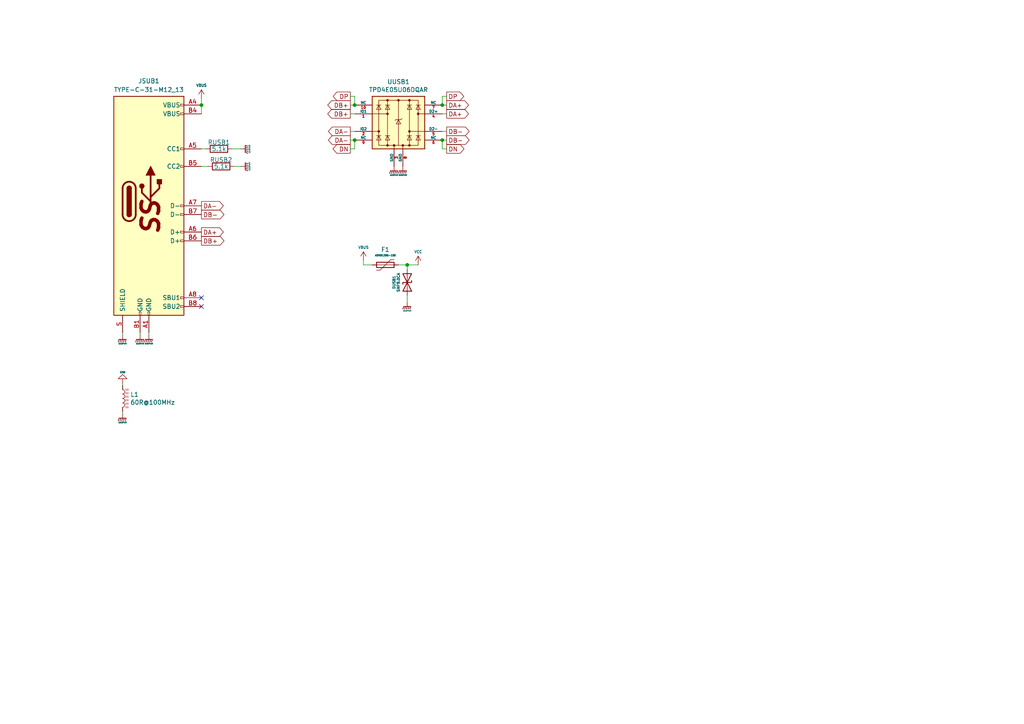
<source format=kicad_sch>
(kicad_sch (version 20211123) (generator eeschema)
  (paper "A4")
  (lib_symbols
    (symbol "Device:D_TVS" (pin_numbers hide) (pin_names (offset 1.016) hide)
      (property "Reference" "D" (at 0 2.54 0))
      (property "Value" "D_TVS" (at 0 -2.54 0))
      (symbol "D_TVS_0_1"
        (polyline (pts (xy 1.27 0) (xy -1.27 0)))
        (polyline (pts (xy 0.508 1.27) (xy 0 1.27) (xy 0 -1.27) (xy -0.508 -1.27)) (stroke (width 0.254)))
        (polyline (pts (xy -2.54 1.27) (xy -2.54 -1.27) (xy 2.54 1.27) (xy 2.54 -1.27) (xy -2.54 1.27)) (stroke (width 0.254)))
      )
      (symbol "D_TVS_1_1"
        (pin passive line (at -3.81 0 0) (length 2.54) (name "A1") (number "1"))
        (pin passive line (at 3.81 0 180) (length 2.54) (name "A2") (number "2"))
      )
    )
    (symbol "Device:L_Ferrite" (pin_numbers hide) (pin_names (offset 1.016) hide)
      (property "Reference" "L" (at -1.27 0 90))
      (property "Value" "L_Ferrite" (at 2.794 0 90))
      (symbol "L_Ferrite_0_1"
        (arc (start 0 -2.54) (mid 0.635 -1.905) (end 0 -1.27))
        (arc (start 0 -1.27) (mid 0.635 -0.635) (end 0 0))
        (polyline (pts (xy 1.016 -2.794) (xy 1.016 -2.286)))
        (polyline (pts (xy 1.016 -1.778) (xy 1.016 -1.27)))
        (polyline (pts (xy 1.016 -0.762) (xy 1.016 -0.254)))
        (polyline (pts (xy 1.016 0.254) (xy 1.016 0.762)))
        (polyline (pts (xy 1.016 1.27) (xy 1.016 1.778)))
        (polyline (pts (xy 1.016 2.286) (xy 1.016 2.794)))
        (polyline (pts (xy 1.524 -2.286) (xy 1.524 -2.794)))
        (polyline (pts (xy 1.524 -1.27) (xy 1.524 -1.778)))
        (polyline (pts (xy 1.524 -0.254) (xy 1.524 -0.762)))
        (polyline (pts (xy 1.524 0.762) (xy 1.524 0.254)))
        (polyline (pts (xy 1.524 1.778) (xy 1.524 1.27)))
        (polyline (pts (xy 1.524 2.794) (xy 1.524 2.286)))
        (arc (start 0 0) (mid 0.635 0.635) (end 0 1.27))
        (arc (start 0 1.27) (mid 0.635 1.905) (end 0 2.54))
      )
      (symbol "L_Ferrite_1_1"
        (pin passive line (at 0 3.81 270) (length 1.27) (name "1") (number "1"))
        (pin passive line (at 0 -3.81 90) (length 1.27) (name "2") (number "2"))
      )
    )
    (symbol "Device:Polyfuse" (pin_numbers hide) (pin_names (offset 0))
      (property "Reference" "F" (at -2.54 0 90))
      (property "Value" "Polyfuse" (at 2.54 0 90))
      (symbol "Polyfuse_0_1"
        (rectangle (start -0.762 2.54) (end 0.762 -2.54) (stroke (width 0.254)))
        (polyline (pts (xy 0 2.54) (xy 0 -2.54)))
        (polyline (pts (xy -1.524 2.54) (xy -1.524 1.524) (xy 1.524 -1.524) (xy 1.524 -2.54)))
      )
      (symbol "Polyfuse_1_1"
        (pin passive line (at 0 3.81 270) (length 1.27) (name "~") (number "1"))
        (pin passive line (at 0 -3.81 90) (length 1.27) (name "~") (number "2"))
      )
    )
    (symbol "Unified-Daughterboard-rescue:TPD4E05U06DQAR-acheronSymbols" (pin_names (offset 0))
      (property "Reference" "U" (at 0 12.7 0))
      (property "Value" "TPD4E05U06DQAR-acheronSymbols" (at 0 10.16 0))
      (symbol "TPD4E05U06DQAR-acheronSymbols_0_0"
        (rectangle (start -5.715 6.477) (end 5.715 -6.604))
        (polyline (pts (xy -3.175 -6.604) (xy -3.175 6.477)))
        (polyline (pts (xy 0 6.477) (xy 0 -6.604)))
        (polyline (pts (xy 3.175 6.477) (xy 3.175 -6.604)))
      )
      (symbol "TPD4E05U06DQAR-acheronSymbols_0_1"
        (rectangle (start -7.62 7.62) (end 7.62 -7.62) (stroke (width 0.254)) (fill (type background)))
        (circle (center -5.715 -2.54) (radius 0.2794) (fill (type outline)))
        (circle (center -3.175 -6.604) (radius 0.2794) (fill (type outline)))
        (circle (center -3.175 2.54) (radius 0.2794) (fill (type outline)))
        (circle (center -3.175 6.477) (radius 0.2794) (fill (type outline)))
        (circle (center -1.27 -6.604) (radius 0.2794) (fill (type outline)))
        (polyline (pts (xy -7.747 2.54) (xy -3.175 2.54)))
        (polyline (pts (xy -7.62 -2.54) (xy -5.715 -2.54)))
        (polyline (pts (xy -5.08 -3.81) (xy -6.35 -3.81)))
        (polyline (pts (xy -5.08 5.08) (xy -6.35 5.08)))
        (polyline (pts (xy -2.54 -3.81) (xy -3.81 -3.81)))
        (polyline (pts (xy -2.54 5.08) (xy -3.81 5.08)))
        (polyline (pts (xy -1.27 -6.604) (xy -1.27 -7.62)))
        (polyline (pts (xy -0.635 0.889) (xy -1.016 0.635)))
        (polyline (pts (xy 0.635 0.889) (xy -0.635 0.889)))
        (polyline (pts (xy 0.635 0.889) (xy 1.016 1.143)))
        (polyline (pts (xy 3.81 -3.81) (xy 2.54 -3.81)))
        (polyline (pts (xy 3.81 5.08) (xy 2.54 5.08)))
        (polyline (pts (xy 6.35 -3.81) (xy 5.08 -3.81)))
        (polyline (pts (xy 6.35 5.08) (xy 5.08 5.08)))
        (polyline (pts (xy 7.62 -2.54) (xy 3.175 -2.54)))
        (polyline (pts (xy 7.62 2.54) (xy 5.715 2.54)))
        (polyline (pts (xy -5.08 -5.08) (xy -6.35 -5.08) (xy -5.715 -3.81) (xy -5.08 -5.08)))
        (polyline (pts (xy -5.08 3.81) (xy -6.35 3.81) (xy -5.715 5.08) (xy -5.08 3.81)))
        (polyline (pts (xy -2.54 -5.08) (xy -3.81 -5.08) (xy -3.175 -3.81) (xy -2.54 -5.08)))
        (polyline (pts (xy -2.54 3.81) (xy -3.81 3.81) (xy -3.175 5.08) (xy -2.54 3.81)))
        (polyline (pts (xy 0.635 -0.381) (xy -0.635 -0.381) (xy 0 0.889) (xy 0.635 -0.381)))
        (polyline (pts (xy 3.81 -5.08) (xy 2.54 -5.08) (xy 3.175 -3.81) (xy 3.81 -5.08)))
        (polyline (pts (xy 3.81 3.81) (xy 2.54 3.81) (xy 3.175 5.08) (xy 3.81 3.81)))
        (polyline (pts (xy 6.35 -5.08) (xy 5.08 -5.08) (xy 5.715 -3.81) (xy 6.35 -5.08)))
        (polyline (pts (xy 6.35 3.81) (xy 5.08 3.81) (xy 5.715 5.08) (xy 6.35 3.81)))
        (circle (center 0 6.477) (radius 0.2794) (fill (type outline)))
        (circle (center 3.175 -6.604) (radius 0.2794) (fill (type outline)))
        (circle (center 3.175 -2.54) (radius 0.2794) (fill (type outline)))
        (circle (center 3.175 6.477) (radius 0.2794) (fill (type outline)))
        (circle (center 5.715 2.54) (radius 0.2794) (fill (type outline)))
      )
      (symbol "TPD4E05U06DQAR-acheronSymbols_1_1"
        (polyline (pts (xy 1.27 -6.604) (xy 1.27 -7.62)))
        (circle (center 1.27 -6.604) (radius 0.2794) (fill (type outline)))
        (pin bidirectional line (at -12.7 2.54 0) (length 5.08) (name "IO1") (number "1"))
        (pin bidirectional line (at -12.7 5.08 0) (length 5.08) (name "NC") (number "10"))
        (pin bidirectional line (at -12.7 -2.54 0) (length 5.08) (name "IO2") (number "2"))
        (pin power_in line (at -1.27 -12.7 90) (length 5.08) (name "GND") (number "3"))
        (pin bidirectional line (at 12.7 2.54 180) (length 5.08) (name "D2+") (number "4"))
        (pin bidirectional line (at 12.7 -2.54 180) (length 5.08) (name "D2-") (number "5"))
        (pin bidirectional line (at 12.7 -5.08 180) (length 5.08) (name "NC") (number "6"))
        (pin bidirectional line (at 12.7 5.08 180) (length 5.08) (name "NC") (number "7"))
        (pin power_in line (at 1.27 -12.7 90) (length 5.08) (name "GND") (number "8"))
        (pin bidirectional line (at -12.7 -5.08 0) (length 5.08) (name "NC") (number "9"))
      )
    )
    (symbol "acheronSymbols:TYPE-C-31-M12_13" (pin_names (offset 1.016))
      (property "Reference" "J" (at -1.27 35.56 0))
      (property "Value" "TYPE-C-31-M12_13" (at 10.16 33.02 0))
      (symbol "TYPE-C-31-M12_13_0_0"
        (rectangle (start -0.254 -31.75) (end 0.254 -30.734))
        (rectangle (start 10.16 -28.956) (end 9.144 -29.464))
        (rectangle (start 10.16 -26.416) (end 9.144 -26.924))
        (rectangle (start 10.16 -9.906) (end 9.144 -10.414))
        (rectangle (start 10.16 -7.366) (end 9.144 -7.874))
        (rectangle (start 10.16 -2.286) (end 9.144 -2.794))
        (rectangle (start 10.16 0.254) (end 9.144 -0.254))
        (rectangle (start 10.16 11.684) (end 9.144 11.176))
        (rectangle (start 10.16 16.764) (end 9.144 16.256))
        (rectangle (start 10.16 29.464) (end 9.144 28.956))
        (text "SS" (at 0.508 -3.175 900) (effects (font (size 5.08 5.08) bold italic)))
      )
      (symbol "TYPE-C-31-M12_13_0_1"
        (rectangle (start -10.16 31.75) (end 10.16 -31.75) (stroke (width 0.254)) (fill (type background)))
        (arc (start -7.62 -2.54) (mid -5.715 -4.445) (end -3.81 -2.54) (stroke (width 0.508)))
        (arc (start -6.35 -2.54) (mid -5.715 -3.175) (end -5.08 -2.54) (stroke (width 0.254)))
        (arc (start -6.35 -2.54) (mid -5.715 -3.175) (end -5.08 -2.54) (stroke (width 0.254)) (fill (type outline)))
        (rectangle (start -6.35 -2.54) (end -5.08 5.08) (stroke (width 0.254)) (fill (type outline)))
        (arc (start -5.08 5.08) (mid -5.715 5.715) (end -6.35 5.08) (stroke (width 0.254)))
        (arc (start -5.08 5.08) (mid -5.715 5.715) (end -6.35 5.08) (stroke (width 0.254)) (fill (type outline)))
        (arc (start -3.81 5.08) (mid -5.715 6.985) (end -7.62 5.08) (stroke (width 0.508)))
        (circle (center -2.032 5.715) (radius 0.635) (stroke (width 0.254)) (fill (type outline)))
        (polyline (pts (xy -7.62 -2.54) (xy -7.62 5.08)) (stroke (width 0.508)))
        (polyline (pts (xy -3.81 5.08) (xy -3.81 -2.54)) (stroke (width 0.508)))
        (polyline (pts (xy 0.508 0) (xy 0.508 8.89)) (stroke (width 0.508)))
        (polyline (pts (xy 0.508 1.27) (xy -2.032 3.81) (xy -2.032 5.08)) (stroke (width 0.508)))
        (polyline (pts (xy 0.508 2.54) (xy 3.048 5.08) (xy 3.048 6.35)) (stroke (width 0.508)))
        (polyline (pts (xy -0.762 8.89) (xy 0.508 11.43) (xy 1.778 8.89) (xy -0.762 8.89)) (stroke (width 0.254)) (fill (type outline)))
        (rectangle (start 2.413 6.35) (end 3.683 7.62) (stroke (width 0.254)) (fill (type outline)))
      )
      (symbol "TYPE-C-31-M12_13_1_1"
        (rectangle (start -2.794 -31.75) (end -2.286 -30.734))
        (rectangle (start 10.16 26.924) (end 9.144 26.416))
        (pin power_out line (at 0 -36.83 90) (length 5.08) (name "GND") (number "A1"))
        (pin power_out line (at 15.24 29.21 180) (length 5.08) (name "VBUS") (number "A4"))
        (pin bidirectional line (at 15.24 16.51 180) (length 5.08) (name "CC1") (number "A5"))
        (pin bidirectional line (at 15.24 -7.62 180) (length 5.08) (name "D+") (number "A6"))
        (pin bidirectional line (at 15.24 0 180) (length 5.08) (name "D-") (number "A7"))
        (pin bidirectional line (at 15.24 -26.67 180) (length 5.08) (name "SBU1") (number "A8"))
        (pin power_out line (at -2.54 -36.83 90) (length 5.08) (name "GND") (number "B1"))
        (pin power_out line (at 15.24 26.67 180) (length 5.08) (name "VBUS") (number "B4"))
        (pin bidirectional line (at 15.24 11.43 180) (length 5.08) (name "CC2") (number "B5"))
        (pin bidirectional line (at 15.24 -10.16 180) (length 5.08) (name "D+") (number "B6"))
        (pin bidirectional line (at 15.24 -2.54 180) (length 5.08) (name "D-") (number "B7"))
        (pin bidirectional line (at 15.24 -29.21 180) (length 5.08) (name "SBU2") (number "B8"))
        (pin passive line (at -7.62 -36.83 90) (length 5.08) (name "SHIELD") (number "S"))
      )
    )
    (symbol "bakeneko-60-pcb-rescue:R-Device" (pin_numbers hide) (pin_names (offset 0))
      (property "Reference" "R" (at 2.032 0 90))
      (property "Value" "R-Device" (at 0 0 90))
      (symbol "R-Device_0_1"
        (rectangle (start -1.016 -2.54) (end 1.016 2.54) (stroke (width 0.254)))
      )
      (symbol "R-Device_1_1"
        (pin passive line (at 0 3.81 270) (length 1.27) (name "~") (number "1"))
        (pin passive line (at 0 -3.81 90) (length 1.27) (name "~") (number "2"))
      )
    )
    (symbol "power:GND" (power) (pin_names (offset 0))
      (property "Value" "GND" (at 0 -3.81 0))
      (symbol "GND_0_1"
        (polyline (pts (xy 0 0) (xy 0 -1.27) (xy 1.27 -1.27) (xy 0 -2.54) (xy -1.27 -1.27) (xy 0 -1.27)))
      )
      (symbol "GND_1_1"
        (pin power_in line (at 0 0 270) (length 0) hide (name "GND") (number "1"))
      )
    )
    (symbol "power:GNDPWR" (power) (pin_names (offset 0))
      (property "Value" "GNDPWR" (at 0 -3.302 0))
      (symbol "GNDPWR_0_1"
        (polyline (pts (xy 0 -1.27) (xy 0 0)))
        (polyline (pts (xy -1.016 -1.27) (xy -1.27 -2.032) (xy -1.27 -2.032)) (stroke (width 0.2032)))
        (polyline (pts (xy -0.508 -1.27) (xy -0.762 -2.032) (xy -0.762 -2.032)) (stroke (width 0.2032)))
        (polyline (pts (xy 0 -1.27) (xy -0.254 -2.032) (xy -0.254 -2.032)) (stroke (width 0.2032)))
        (polyline (pts (xy 0.508 -1.27) (xy 0.254 -2.032) (xy 0.254 -2.032)) (stroke (width 0.2032)))
        (polyline (pts (xy 1.016 -1.27) (xy -1.016 -1.27) (xy -1.016 -1.27)) (stroke (width 0.2032)))
        (polyline (pts (xy 1.016 -1.27) (xy 0.762 -2.032) (xy 0.762 -2.032) (xy 0.762 -2.032)) (stroke (width 0.2032)))
      )
      (symbol "GNDPWR_1_1"
        (pin power_in line (at 0 0 270) (length 0) hide (name "GNDPWR") (number "1"))
      )
    )
    (symbol "power:VBUS" (power) (pin_names (offset 0))
      (property "Value" "VBUS" (at 0 3.81 0))
      (symbol "VBUS_0_1"
        (polyline (pts (xy -0.762 1.27) (xy 0 2.54)))
        (polyline (pts (xy 0 0) (xy 0 2.54)))
        (polyline (pts (xy 0 2.54) (xy 0.762 1.27)))
      )
      (symbol "VBUS_1_1"
        (pin power_in line (at 0 0 90) (length 0) hide (name "VBUS") (number "1"))
      )
    )
    (symbol "power:VCC" (power) (pin_names (offset 0))
      (property "Value" "VCC" (at 0 3.81 0))
      (symbol "VCC_0_1"
        (polyline (pts (xy -0.762 1.27) (xy 0 2.54)))
        (polyline (pts (xy 0 0) (xy 0 2.54)))
        (polyline (pts (xy 0 2.54) (xy 0.762 1.27)))
      )
      (symbol "VCC_1_1"
        (pin power_in line (at 0 0 90) (length 0) hide (name "VCC") (number "1"))
      )
    )
  )
  (junction (at 118.11 76.835))
  (junction (at 128.27 30.48))
  (junction (at 102.87 40.64))
  (junction (at 128.27 40.64))
  (junction (at 58.42 30.48))
  (junction (at 102.87 30.48))
  (no_connect (at 58.42 86.36))
  (no_connect (at 58.42 88.9))
  (wire (pts (xy 43.18 96.52) (xy 43.18 97.155)))
  (wire (pts (xy 115.57 76.835) (xy 118.11 76.835)))
  (wire (pts (xy 101.6 38.1) (xy 102.87 38.1)))
  (wire (pts (xy 128.27 30.48) (xy 129.54 30.48)))
  (wire (pts (xy 118.11 85.725) (xy 118.11 87.63)))
  (wire (pts (xy 58.42 48.26) (xy 60.325 48.26)))
  (wire (pts (xy 67.31 43.18) (xy 69.85 43.18)))
  (wire (pts (xy 58.42 30.48) (xy 58.42 33.02)))
  (wire (pts (xy 35.56 111.125) (xy 35.56 111.76)))
  (wire (pts (xy 105.41 76.835) (xy 107.95 76.835)))
  (wire (pts (xy 101.6 27.94) (xy 102.87 27.94)))
  (wire (pts (xy 101.6 33.02) (xy 102.87 33.02)))
  (wire (pts (xy 128.27 33.02) (xy 129.54 33.02)))
  (wire (pts (xy 40.64 96.52) (xy 40.64 97.155)))
  (wire (pts (xy 58.42 43.18) (xy 59.69 43.18)))
  (wire (pts (xy 58.42 28.575) (xy 58.42 30.48)))
  (wire (pts (xy 102.87 43.18) (xy 102.87 40.64)))
  (wire (pts (xy 128.27 27.94) (xy 128.27 30.48)))
  (wire (pts (xy 102.87 27.94) (xy 102.87 30.48)))
  (wire (pts (xy 128.27 43.18) (xy 129.54 43.18)))
  (wire (pts (xy 118.11 76.835) (xy 121.285 76.835)))
  (wire (pts (xy 128.27 40.64) (xy 128.27 43.18)))
  (wire (pts (xy 105.41 75.565) (xy 105.41 76.835)))
  (wire (pts (xy 35.56 119.38) (xy 35.56 120.015)))
  (wire (pts (xy 101.6 43.18) (xy 102.87 43.18)))
  (wire (pts (xy 101.6 40.64) (xy 102.87 40.64)))
  (wire (pts (xy 128.27 38.1) (xy 129.54 38.1)))
  (wire (pts (xy 101.6 30.48) (xy 102.87 30.48)))
  (wire (pts (xy 35.56 96.52) (xy 35.56 97.155)))
  (wire (pts (xy 118.11 76.835) (xy 118.11 78.105)))
  (wire (pts (xy 67.945 48.26) (xy 69.85 48.26)))
  (wire (pts (xy 129.54 27.94) (xy 128.27 27.94)))
  (wire (pts (xy 128.27 40.64) (xy 129.54 40.64)))
  (global_label "DP" (shape output) (at 101.6 27.94 180) (property "Intersheet References" "${INTERSHEET_REFS}" (effects hide)))
  (global_label "DA+" (shape output) (at 129.54 33.02 0) (property "Intersheet References" "${INTERSHEET_REFS}" (effects hide)))
  (global_label "DA-" (shape output) (at 101.6 38.1 180) (property "Intersheet References" "${INTERSHEET_REFS}" (effects hide)))
  (global_label "DN" (shape output) (at 129.54 43.18 0) (property "Intersheet References" "${INTERSHEET_REFS}" (effects hide)))
  (global_label "DB+" (shape output) (at 101.6 30.48 180) (property "Intersheet References" "${INTERSHEET_REFS}" (effects hide)))
  (global_label "DB-" (shape output) (at 58.42 62.23 0) (property "Intersheet References" "${INTERSHEET_REFS}" (effects hide)))
  (global_label "DA+" (shape output) (at 129.54 30.48 0) (property "Intersheet References" "${INTERSHEET_REFS}" (effects hide)))
  (global_label "DB+" (shape output) (at 101.6 33.02 180) (property "Intersheet References" "${INTERSHEET_REFS}" (effects hide)))
  (global_label "DB+" (shape output) (at 58.42 69.85 0) (property "Intersheet References" "${INTERSHEET_REFS}" (effects hide)))
  (global_label "DA+" (shape output) (at 58.42 67.31 0) (property "Intersheet References" "${INTERSHEET_REFS}" (effects hide)))
  (global_label "DA-" (shape output) (at 101.6 40.64 180) (property "Intersheet References" "${INTERSHEET_REFS}" (effects hide)))
  (global_label "DB-" (shape output) (at 129.54 40.64 0) (property "Intersheet References" "${INTERSHEET_REFS}" (effects hide)))
  (global_label "DA-" (shape output) (at 58.42 59.69 0) (property "Intersheet References" "${INTERSHEET_REFS}" (effects hide)))
  (global_label "DB-" (shape output) (at 129.54 38.1 0) (property "Intersheet References" "${INTERSHEET_REFS}" (effects hide)))
  (global_label "DP" (shape output) (at 129.54 27.94 0) (property "Intersheet References" "${INTERSHEET_REFS}" (effects hide)))
  (global_label "DN" (shape output) (at 101.6 43.18 180) (property "Intersheet References" "${INTERSHEET_REFS}" (effects hide)))
  (symbol (lib_id "Device:L_Ferrite") (at 35.56 115.57 0) (unit 1)
    (property "Reference" "L1" (at 37.7952 114.427 0) (effects (justify left)))
    (property "Value" "60R@100MHz" (at 37.7952 116.713 0) (effects (justify left)))
    (property "Footprint" "Inductor_SMD:L_1206_3216Metric" (effects hide))
    (property "Manufacturer" "MELED Industrial" (effects hide))
    (property "Manufacturer Part No" "MLB3216-600P4A(f)" (effects hide))
    (property "LCSC Part No" "C33600" (effects hide))
    (property "Package" "L1206" (effects hide))
  )
  (symbol (lib_id "Device:D_TVS") (at 118.11 81.915 270) (mirror x) (unit 1)
    (property "Reference" "DUSB1" (at 114.3 81.915 0) (effects (font (size 0.762 0.762))))
    (property "Value" "SMF9.0CA" (at 115.57 81.915 0) (effects (font (size 0.762 0.762))))
    (property "Footprint" "acheron_Components:D_SOD-123_Bidirectional" (effects hide))
    (property "Package" "SOD-123F-B" (effects hide))
    (property "Manufacturer" "Microdiode Electronics" (effects hide))
    (property "Manufacturer Part No" "SMF9.0CA" (effects hide))
    (property "LCSC Part No" "C123799" (effects hide))
  )
  (symbol (lib_id "power:GNDPWR") (at 35.56 120.015 0) (unit 1)
    (property "Reference" "#PWR0122" (effects hide))
    (property "Value" "GNDPWR" (at 35.56 122.555 0) (effects (font (size 0.381 0.381))))
  )
  (symbol (lib_id "bakeneko-60-pcb-rescue:R-Device") (at 63.5 43.18 270) (unit 1)
    (property "Reference" "RUSB1" (at 63.5 41.275 90))
    (property "Value" "5.1k" (at 63.5 43.18 90))
    (property "Footprint" "Resistor_SMD:R_0805_2012Metric" (effects hide))
    (property "LCSC Part #" "C17414" (effects hide))
  )
  (symbol (lib_id "acheronSymbols:TYPE-C-31-M12_13") (at 43.18 59.69 0) (unit 1)
    (property "Reference" "JSUB1" (at 43.18 23.495 0))
    (property "Value" "TYPE-C-31-M12_13" (at 43.18 26.035 0))
    (property "Footprint" "acheron_Connectors:TYPE-C-31-M-12" (effects hide))
    (property "Manufacturer" "Korean Hroparts" (effects hide))
    (property "Manufacturer Part No" "TYPE-C-31-M-12" (effects hide))
    (property "LCSC Part No" "C165948" (effects hide))
  )
  (symbol (lib_id "bakeneko-60-pcb-rescue:R-Device") (at 64.135 48.26 270) (unit 1)
    (property "Reference" "RUSB2" (at 64.135 46.355 90))
    (property "Value" "5.1k" (at 64.135 48.26 90))
    (property "Footprint" "Resistor_SMD:R_0805_2012Metric" (effects hide))
    (property "LCSC Part #" "C17414" (effects hide))
  )
  (symbol (lib_id "power:GNDPWR") (at 40.64 97.155 0) (unit 1)
    (property "Reference" "#PWRUSB-0102" (effects hide))
    (property "Value" "GNDPWR" (at 40.64 99.695 0) (effects (font (size 0.381 0.381))))
  )
  (symbol (lib_id "power:GNDPWR") (at 43.18 97.155 0) (unit 1)
    (property "Reference" "#PWRUSB-0103" (effects hide))
    (property "Value" "GNDPWR" (at 43.18 99.695 0) (effects (font (size 0.381 0.381))))
  )
  (symbol (lib_id "power:GNDPWR") (at 114.3 48.26 0) (unit 1)
    (property "Reference" "#PWRUSB-0108" (effects hide))
    (property "Value" "GNDPWR" (at 114.3 50.8 0) (effects (font (size 0.381 0.381))))
  )
  (symbol (lib_id "power:GNDPWR") (at 69.85 43.18 90) (unit 1)
    (property "Reference" "#PWRUSB-0105" (effects hide))
    (property "Value" "GNDPWR" (at 72.39 43.18 0) (effects (font (size 0.381 0.381))))
  )
  (symbol (lib_id "power:VCC") (at 121.285 76.835 0) (unit 1)
    (property "Reference" "#PWR0124" (effects hide))
    (property "Value" "VCC" (at 121.285 73.025 0) (effects (font (size 0.762 0.762))))
  )
  (symbol (lib_id "power:VBUS") (at 105.41 75.565 0) (unit 1)
    (property "Reference" "#PWR0123" (effects hide))
    (property "Value" "VBUS" (at 105.41 71.755 0) (effects (font (size 0.762 0.762))))
  )
  (symbol (lib_id "Unified-Daughterboard-rescue:TPD4E05U06DQAR-acheronSymbols") (at 115.57 35.56 0) (unit 1)
    (property "Reference" "UUSB1" (at 115.57 23.7236 0))
    (property "Value" "TPD4E05U06DQAR" (at 115.57 26.035 0))
    (property "Footprint" "acheron_Components:USON-10_2.5x1.0mm_P0.5mm" (effects hide))
    (property "Manufacturer" "Texas Instruments" (effects hide))
    (property "Manufacturer Part No" "TPD4E05U06DQAR" (effects hide))
    (property "LCSC Part No" "C138714" (effects hide))
    (property "Package" "uSON-10" (effects hide))
  )
  (symbol (lib_id "power:GNDPWR") (at 116.84 48.26 0) (unit 1)
    (property "Reference" "#PWRUSB-0107" (effects hide))
    (property "Value" "GNDPWR" (at 116.84 50.8 0) (effects (font (size 0.381 0.381))))
  )
  (symbol (lib_id "Device:Polyfuse") (at 111.76 76.835 90) (unit 1)
    (property "Reference" "F1" (at 111.76 72.39 90))
    (property "Value" "ASMD1206-150" (at 111.76 74.0664 90) (effects (font (size 0.508 0.508))))
    (property "Footprint" "Fuse:Fuse_1206_3216Metric" (effects hide))
    (property "Manufacturer" "Shenzhen JDT Fuse" (effects hide))
    (property "Manufacturer Part No" "ASMD1206-150" (effects hide))
    (property "LCSC Part No" "C135342" (effects hide))
    (property "Package" "F1206" (effects hide))
  )
  (symbol (lib_id "power:VBUS") (at 58.42 28.575 0) (unit 1)
    (property "Reference" "#PWR0114" (effects hide))
    (property "Value" "VBUS" (at 58.42 24.765 0) (effects (font (size 0.762 0.762))))
  )
  (symbol (lib_id "power:GNDPWR") (at 35.56 97.155 0) (unit 1)
    (property "Reference" "#PWRUSB-0101" (effects hide))
    (property "Value" "GNDPWR" (at 35.56 99.695 0) (effects (font (size 0.381 0.381))))
  )
  (symbol (lib_id "power:GNDPWR") (at 118.11 87.63 0) (unit 1)
    (property "Reference" "#PWRUSB-0104" (effects hide))
    (property "Value" "GNDPWR" (at 118.11 90.17 0) (effects (font (size 0.381 0.381))))
  )
  (symbol (lib_id "power:GND") (at 35.56 111.125 180) (unit 1)
    (property "Reference" "#PWR0121" (effects hide))
    (property "Value" "GND" (at 35.56 107.95 0) (effects (font (size 0.508 0.508))))
  )
  (symbol (lib_id "power:GNDPWR") (at 69.85 48.26 90) (unit 1)
    (property "Reference" "#PWRUSB-0106" (effects hide))
    (property "Value" "GNDPWR" (at 72.39 48.26 0) (effects (font (size 0.381 0.381))))
  )
)
</source>
